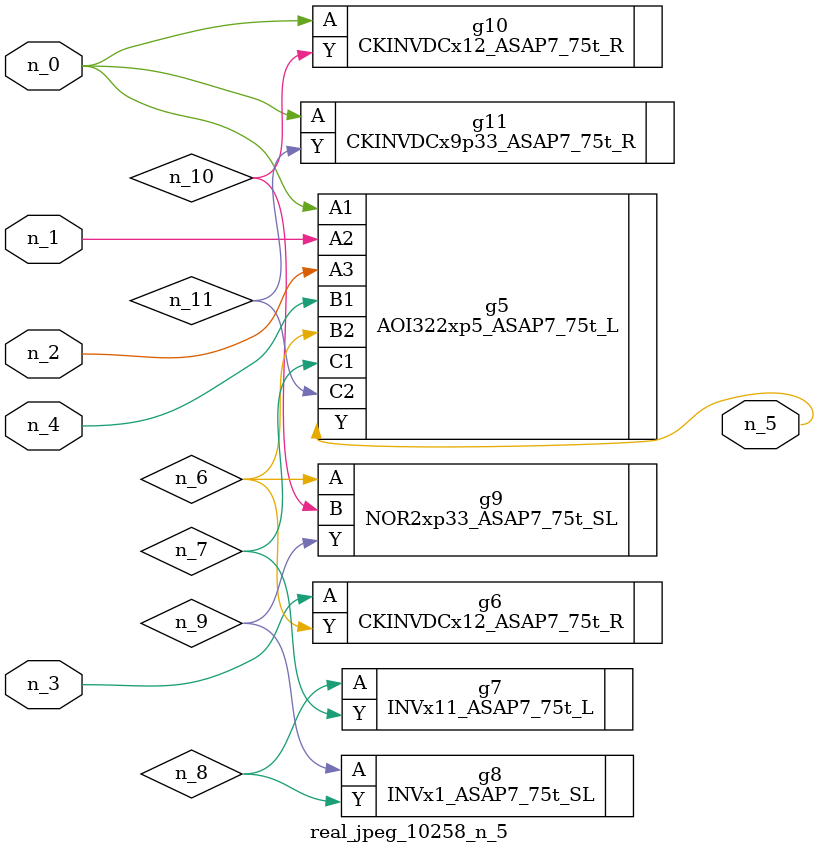
<source format=v>
module real_jpeg_10258_n_5 (n_4, n_0, n_1, n_2, n_3, n_5);

input n_4;
input n_0;
input n_1;
input n_2;
input n_3;

output n_5;

wire n_8;
wire n_11;
wire n_6;
wire n_7;
wire n_10;
wire n_9;

AOI322xp5_ASAP7_75t_L g5 ( 
.A1(n_0),
.A2(n_1),
.A3(n_2),
.B1(n_4),
.B2(n_6),
.C1(n_7),
.C2(n_11),
.Y(n_5)
);

CKINVDCx12_ASAP7_75t_R g10 ( 
.A(n_0),
.Y(n_10)
);

CKINVDCx9p33_ASAP7_75t_R g11 ( 
.A(n_0),
.Y(n_11)
);

CKINVDCx12_ASAP7_75t_R g6 ( 
.A(n_3),
.Y(n_6)
);

NOR2xp33_ASAP7_75t_SL g9 ( 
.A(n_6),
.B(n_10),
.Y(n_9)
);

INVx11_ASAP7_75t_L g7 ( 
.A(n_8),
.Y(n_7)
);

INVx1_ASAP7_75t_SL g8 ( 
.A(n_9),
.Y(n_8)
);


endmodule
</source>
